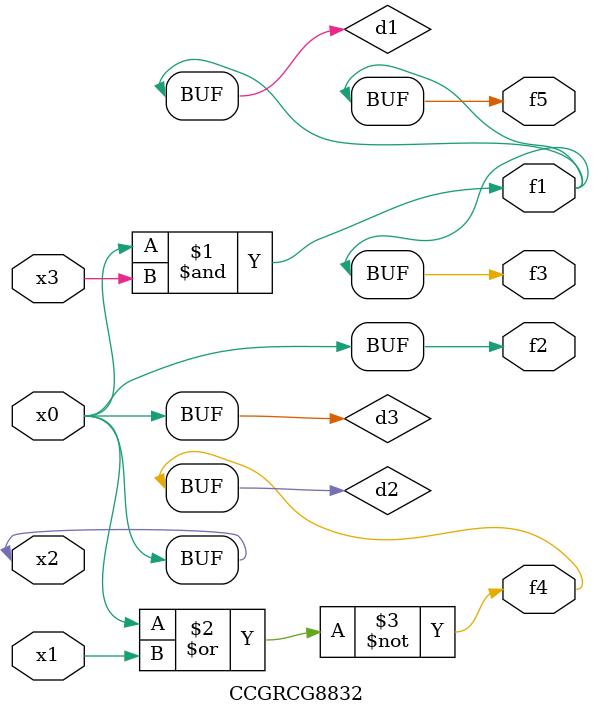
<source format=v>
module CCGRCG8832(
	input x0, x1, x2, x3,
	output f1, f2, f3, f4, f5
);

	wire d1, d2, d3;

	and (d1, x2, x3);
	nor (d2, x0, x1);
	buf (d3, x0, x2);
	assign f1 = d1;
	assign f2 = d3;
	assign f3 = d1;
	assign f4 = d2;
	assign f5 = d1;
endmodule

</source>
